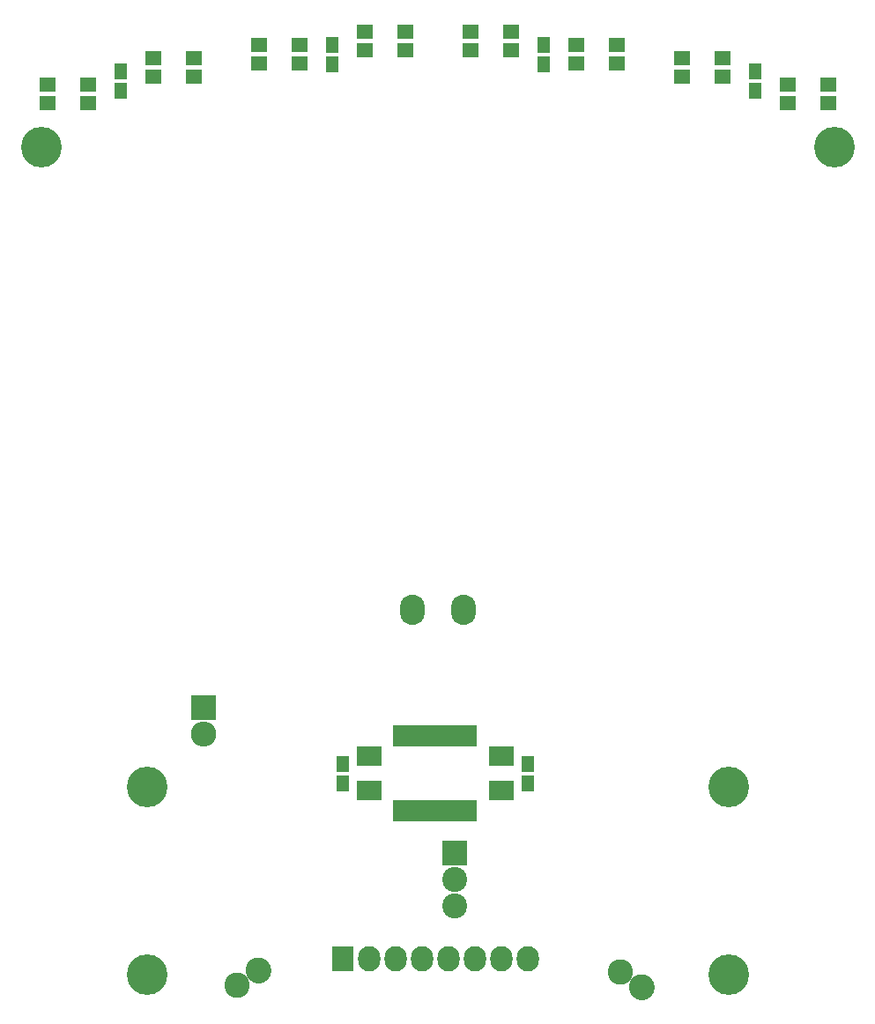
<source format=gbr>
G04 #@! TF.GenerationSoftware,KiCad,Pcbnew,no-vcs-found-c78a2ba~59~ubuntu16.10.1*
G04 #@! TF.CreationDate,2017-09-21T00:22:34+02:00*
G04 #@! TF.ProjectId,rat_board,7261745F626F6172642E6B696361645F,rev?*
G04 #@! TF.SameCoordinates,Original
G04 #@! TF.FileFunction,Soldermask,Bot*
G04 #@! TF.FilePolarity,Negative*
%FSLAX46Y46*%
G04 Gerber Fmt 4.6, Leading zero omitted, Abs format (unit mm)*
G04 Created by KiCad (PCBNEW no-vcs-found-c78a2ba~59~ubuntu16.10.1) date Thu Sep 21 00:22:34 2017*
%MOMM*%
%LPD*%
G01*
G04 APERTURE LIST*
%ADD10R,2.400000X2.400000*%
%ADD11C,2.400000*%
%ADD12R,1.500000X2.150000*%
%ADD13R,0.850000X2.150000*%
%ADD14C,2.432000*%
%ADD15C,2.432000*%
%ADD16O,2.127200X2.432000*%
%ADD17R,2.127200X2.432000*%
%ADD18C,3.900000*%
%ADD19R,1.150000X1.600000*%
%ADD20R,1.500000X1.400000*%
%ADD21R,2.432000X1.924000*%
%ADD22O,2.432000X2.432000*%
%ADD23R,2.432000X2.432000*%
%ADD24O,2.398980X2.899360*%
G04 APERTURE END LIST*
D10*
X142621000Y-129540000D03*
D11*
X142621000Y-132080000D03*
X142621000Y-134620000D03*
D12*
X137464800Y-118325900D03*
D13*
X144291000Y-118320000D03*
X143641000Y-118320000D03*
X142991000Y-118320000D03*
X142341000Y-118320000D03*
X141691000Y-118320000D03*
X141041000Y-118320000D03*
X140391000Y-118320000D03*
X139741000Y-118320000D03*
X139091000Y-118320000D03*
X138441000Y-118320000D03*
X137141000Y-118320000D03*
X137791000Y-125520000D03*
X139091000Y-125520000D03*
X140391000Y-125520000D03*
X141691000Y-125520000D03*
X142991000Y-125520000D03*
X144291000Y-125520000D03*
D12*
X137464800Y-125526800D03*
X140070840Y-125521720D03*
X141366240Y-125521720D03*
X143967200Y-125521720D03*
D13*
X138440760Y-125530160D03*
X142340760Y-125530160D03*
D14*
X160576646Y-142426884D03*
D15*
X160576646Y-142426884D02*
X160576646Y-142426884D01*
D14*
X158496000Y-140970000D03*
X123746646Y-140783116D03*
D15*
X123746646Y-140783116D02*
X123746646Y-140783116D01*
D14*
X121666000Y-142240000D03*
D16*
X149606000Y-139700000D03*
X147066000Y-139700000D03*
X144526000Y-139700000D03*
X141986000Y-139700000D03*
X139446000Y-139700000D03*
X136906000Y-139700000D03*
X134366000Y-139700000D03*
D17*
X131826000Y-139700000D03*
D18*
X113030000Y-141224000D03*
X168910000Y-141224000D03*
X168910000Y-123190000D03*
X113030000Y-123190000D03*
D19*
X110490000Y-56322000D03*
X110490000Y-54422000D03*
X130810000Y-53782000D03*
X130810000Y-51882000D03*
X151130000Y-51882000D03*
X151130000Y-53782000D03*
X171450000Y-54422000D03*
X171450000Y-56322000D03*
D20*
X103460000Y-55742000D03*
X107360000Y-55742000D03*
X107360000Y-57542000D03*
X103460000Y-57542000D03*
X123780000Y-51932000D03*
X127680000Y-51932000D03*
X127680000Y-53732000D03*
X123780000Y-53732000D03*
X144100000Y-50662000D03*
X148000000Y-50662000D03*
X148000000Y-52462000D03*
X144100000Y-52462000D03*
X164420000Y-53202000D03*
X168320000Y-53202000D03*
X168320000Y-55002000D03*
X164420000Y-55002000D03*
X113620000Y-53202000D03*
X117520000Y-53202000D03*
X117520000Y-55002000D03*
X113620000Y-55002000D03*
X133940000Y-50662000D03*
X137840000Y-50662000D03*
X137840000Y-52462000D03*
X133940000Y-52462000D03*
D19*
X131826000Y-122870000D03*
X131826000Y-120970000D03*
D21*
X134366000Y-123571000D03*
X134366000Y-120269000D03*
D19*
X149606000Y-122870000D03*
X149606000Y-120970000D03*
D21*
X147066000Y-123571000D03*
X147066000Y-120269000D03*
D22*
X118491000Y-118110000D03*
D23*
X118491000Y-115570000D03*
D24*
X143410940Y-106172000D03*
X138529060Y-106172000D03*
D20*
X154260000Y-53732000D03*
X158160000Y-53732000D03*
X158160000Y-51932000D03*
X154260000Y-51932000D03*
X174580000Y-57542000D03*
X178480000Y-57542000D03*
X178480000Y-55742000D03*
X174580000Y-55742000D03*
D18*
X102870000Y-61722000D03*
X179070000Y-61722000D03*
M02*

</source>
